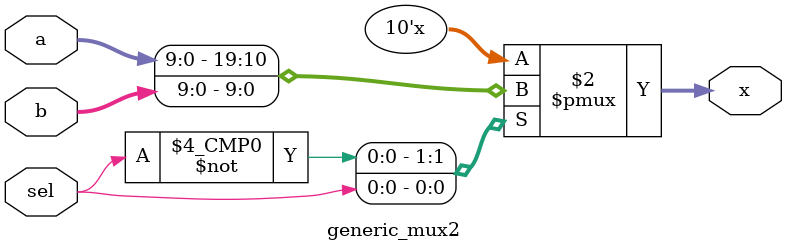
<source format=v>

module generic_mux2
#(parameter WIDTH=10)
(a, b, sel, x);
input [WIDTH-1:0] a, b;
input sel;
output reg [WIDTH-1:0] x;

always @(*)
begin
	case(sel)
		1'b0: x = a;
		1'b1: x = b;
	endcase
end

endmodule 
</source>
